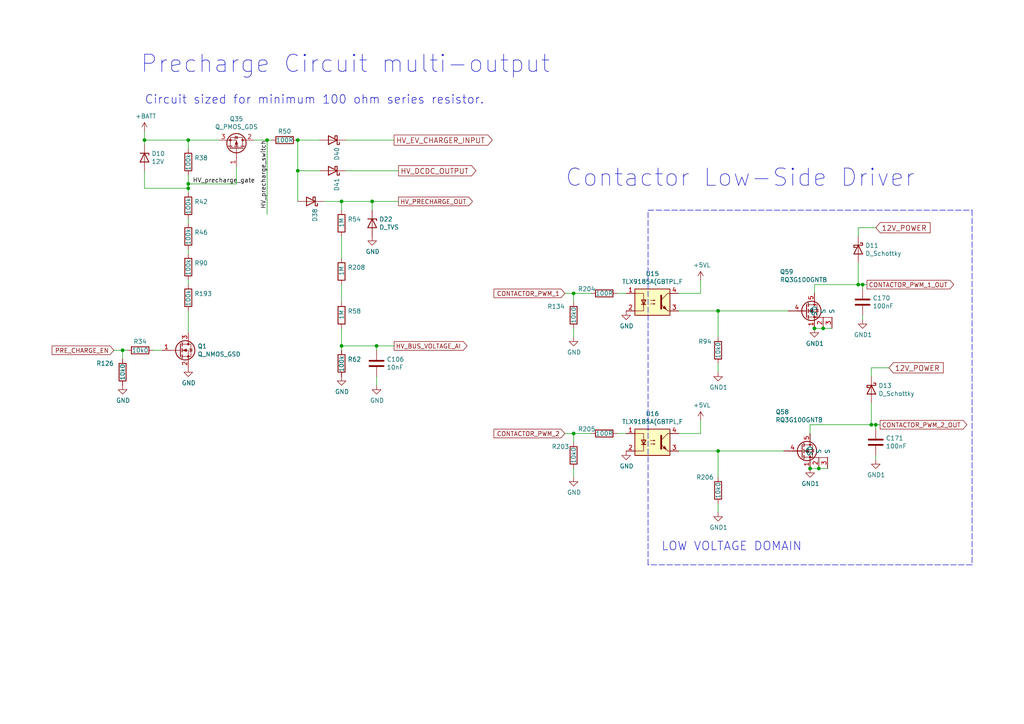
<source format=kicad_sch>
(kicad_sch (version 20211123) (generator eeschema)
  (paper "A4")
  (lib_symbols
    (symbol "Device:C" (pin_numbers hide) (pin_names (offset 0.254))
      (property "Reference" "C" (at 0.635 2.54 0))
      (property "Value" "C" (at 0.635 -2.54 0))
      (symbol "C_0_1"
        (polyline (pts (xy -2.032 -0.762) (xy 2.032 -0.762)) (stroke (width 0.508)))
        (polyline (pts (xy -2.032 0.762) (xy 2.032 0.762)) (stroke (width 0.508)))
      )
      (symbol "C_1_1"
        (pin passive line (at 0 3.81 270) (length 2.794) (name "~") (number "1"))
        (pin passive line (at 0 -3.81 90) (length 2.794) (name "~") (number "2"))
      )
    )
    (symbol "Device:D_Schottky" (pin_numbers hide) (pin_names (offset 1.016) hide)
      (property "Reference" "D" (at 0 2.54 0))
      (property "Value" "D_Schottky" (at 0 -2.54 0))
      (symbol "D_Schottky_0_1"
        (polyline (pts (xy 1.27 0) (xy -1.27 0)))
        (polyline (pts (xy 1.27 1.27) (xy 1.27 -1.27) (xy -1.27 0) (xy 1.27 1.27)) (stroke (width 0.254)))
        (polyline (pts (xy -1.905 0.635) (xy -1.905 1.27) (xy -1.27 1.27) (xy -1.27 -1.27) (xy -0.635 -1.27) (xy -0.635 -0.635)) (stroke (width 0.254)))
      )
      (symbol "D_Schottky_1_1"
        (pin passive line (at -3.81 0 0) (length 2.54) (name "K") (number "1"))
        (pin passive line (at 3.81 0 180) (length 2.54) (name "A") (number "2"))
      )
    )
    (symbol "Device:D_Zener" (pin_numbers hide) (pin_names (offset 1.016) hide)
      (property "Reference" "D" (at 0 2.54 0))
      (property "Value" "D_Zener" (at 0 -2.54 0))
      (symbol "D_Zener_0_1"
        (polyline (pts (xy 1.27 0) (xy -1.27 0)))
        (polyline (pts (xy -1.27 -1.27) (xy -1.27 1.27) (xy -0.762 1.27)) (stroke (width 0.254)))
        (polyline (pts (xy 1.27 -1.27) (xy 1.27 1.27) (xy -1.27 0) (xy 1.27 -1.27)) (stroke (width 0.254)))
      )
      (symbol "D_Zener_1_1"
        (pin passive line (at -3.81 0 0) (length 2.54) (name "K") (number "1"))
        (pin passive line (at 3.81 0 180) (length 2.54) (name "A") (number "2"))
      )
    )
    (symbol "Device:Q_NMOS_GSD" (pin_names (offset 0) hide)
      (property "Reference" "Q" (at 5.08 1.27 0))
      (property "Value" "Q_NMOS_GSD" (at 5.08 -1.27 0))
      (symbol "Q_NMOS_GSD_0_1"
        (polyline (pts (xy 0.254 0) (xy -2.54 0)))
        (polyline (pts (xy 0.254 1.905) (xy 0.254 -1.905)) (stroke (width 0.254)))
        (polyline (pts (xy 0.762 -1.27) (xy 0.762 -2.286)) (stroke (width 0.254)))
        (polyline (pts (xy 0.762 0.508) (xy 0.762 -0.508)) (stroke (width 0.254)))
        (polyline (pts (xy 0.762 2.286) (xy 0.762 1.27)) (stroke (width 0.254)))
        (polyline (pts (xy 2.54 2.54) (xy 2.54 1.778)))
        (polyline (pts (xy 2.54 -2.54) (xy 2.54 0) (xy 0.762 0)))
        (polyline (pts (xy 0.762 -1.778) (xy 3.302 -1.778) (xy 3.302 1.778) (xy 0.762 1.778)))
        (polyline (pts (xy 1.016 0) (xy 2.032 0.381) (xy 2.032 -0.381) (xy 1.016 0)) (fill (type outline)))
        (polyline (pts (xy 2.794 0.508) (xy 2.921 0.381) (xy 3.683 0.381) (xy 3.81 0.254)))
        (polyline (pts (xy 3.302 0.381) (xy 2.921 -0.254) (xy 3.683 -0.254) (xy 3.302 0.381)))
        (circle (center 1.651 0) (radius 2.794) (stroke (width 0.254)))
        (circle (center 2.54 -1.778) (radius 0.254) (fill (type outline)))
        (circle (center 2.54 1.778) (radius 0.254) (fill (type outline)))
      )
      (symbol "Q_NMOS_GSD_1_1"
        (pin input line (at -5.08 0 0) (length 2.54) (name "G") (number "1"))
        (pin passive line (at 2.54 -5.08 90) (length 2.54) (name "S") (number "2"))
        (pin passive line (at 2.54 5.08 270) (length 2.54) (name "D") (number "3"))
      )
    )
    (symbol "Device:Q_PMOS_GDS" (pin_names (offset 0) hide)
      (property "Reference" "Q" (at 5.08 1.27 0))
      (property "Value" "Q_PMOS_GDS" (at 5.08 -1.27 0))
      (symbol "Q_PMOS_GDS_0_1"
        (polyline (pts (xy 0.254 0) (xy -2.54 0)))
        (polyline (pts (xy 0.254 1.905) (xy 0.254 -1.905)) (stroke (width 0.254)))
        (polyline (pts (xy 0.762 -1.27) (xy 0.762 -2.286)) (stroke (width 0.254)))
        (polyline (pts (xy 0.762 0.508) (xy 0.762 -0.508)) (stroke (width 0.254)))
        (polyline (pts (xy 0.762 2.286) (xy 0.762 1.27)) (stroke (width 0.254)))
        (polyline (pts (xy 2.54 2.54) (xy 2.54 1.778)))
        (polyline (pts (xy 2.54 -2.54) (xy 2.54 0) (xy 0.762 0)))
        (polyline (pts (xy 0.762 1.778) (xy 3.302 1.778) (xy 3.302 -1.778) (xy 0.762 -1.778)))
        (polyline (pts (xy 2.286 0) (xy 1.27 0.381) (xy 1.27 -0.381) (xy 2.286 0)) (fill (type outline)))
        (polyline (pts (xy 2.794 -0.508) (xy 2.921 -0.381) (xy 3.683 -0.381) (xy 3.81 -0.254)))
        (polyline (pts (xy 3.302 -0.381) (xy 2.921 0.254) (xy 3.683 0.254) (xy 3.302 -0.381)))
        (circle (center 1.651 0) (radius 2.794) (stroke (width 0.254)))
        (circle (center 2.54 -1.778) (radius 0.254) (fill (type outline)))
        (circle (center 2.54 1.778) (radius 0.254) (fill (type outline)))
      )
      (symbol "Q_PMOS_GDS_1_1"
        (pin input line (at -5.08 0 0) (length 2.54) (name "G") (number "1"))
        (pin passive line (at 2.54 5.08 270) (length 2.54) (name "D") (number "2"))
        (pin passive line (at 2.54 -5.08 90) (length 2.54) (name "S") (number "3"))
      )
    )
    (symbol "Device:R" (pin_numbers hide) (pin_names (offset 0))
      (property "Reference" "R" (at 2.032 0 90))
      (property "Value" "R" (at 0 0 90))
      (symbol "R_0_1"
        (rectangle (start -1.016 -2.54) (end 1.016 2.54) (stroke (width 0.254)))
      )
      (symbol "R_1_1"
        (pin passive line (at 0 3.81 270) (length 1.27) (name "~") (number "1"))
        (pin passive line (at 0 -3.81 90) (length 1.27) (name "~") (number "2"))
      )
    )
    (symbol "ICs:Q_NMOS_SSSGD" (pin_names (offset 1.016))
      (property "Reference" "U" (at 0 0 0))
      (property "Value" "Q_NMOS_SSSGD" (at 0 0 0))
      (symbol "Q_NMOS_SSSGD_0_1"
        (polyline (pts (xy 20.32 -12.065) (xy 15.24 -12.065)))
      )
      (symbol "Q_NMOS_SSSGD_1_1"
        (polyline (pts (xy 12.954 -10.16) (xy 10.16 -10.16)))
        (polyline (pts (xy 12.954 -8.255) (xy 12.954 -12.065)) (stroke (width 0.254)))
        (polyline (pts (xy 13.462 -11.43) (xy 13.462 -12.446)) (stroke (width 0.254)))
        (polyline (pts (xy 13.462 -9.652) (xy 13.462 -10.668)) (stroke (width 0.254)))
        (polyline (pts (xy 13.462 -7.874) (xy 13.462 -8.89)) (stroke (width 0.254)))
        (polyline (pts (xy 15.24 -7.62) (xy 15.24 -8.382)))
        (polyline (pts (xy 15.24 -12.7) (xy 15.24 -10.16) (xy 13.462 -10.16)))
        (polyline (pts (xy 13.462 -11.938) (xy 16.002 -11.938) (xy 16.002 -8.382) (xy 13.462 -8.382)))
        (polyline (pts (xy 13.716 -10.16) (xy 14.732 -9.779) (xy 14.732 -10.541) (xy 13.716 -10.16)) (fill (type outline)))
        (polyline (pts (xy 15.494 -9.652) (xy 15.621 -9.779) (xy 16.383 -9.779) (xy 16.51 -9.906)))
        (polyline (pts (xy 16.002 -9.779) (xy 15.621 -10.414) (xy 16.383 -10.414) (xy 16.002 -9.779)))
        (circle (center 14.351 -10.16) (radius 2.794) (stroke (width 0.254)))
        (circle (center 15.24 -11.938) (radius 0.254) (fill (type outline)))
        (circle (center 15.24 -8.382) (radius 0.254) (fill (type outline)))
        (pin passive line (at 15.24 -15.24 90) (length 2.54) (name "S") (number "1"))
        (pin passive line (at 17.78 -15.24 90) (length 3.2512) (name "S") (number "2"))
        (pin passive line (at 20.32 -15.24 90) (length 3.2512) (name "S") (number "3"))
        (pin input line (at 7.62 -10.16 0) (length 5.08) (name "G") (number "4"))
        (pin passive line (at 15.24 -5.08 270) (length 2.54) (name "D") (number "5"))
      )
    )
    (symbol "Isolator:SFH617A-1" (pin_names (offset 1.016))
      (property "Reference" "U" (at -5.08 5.08 0))
      (property "Value" "SFH617A-1" (at 0 5.08 0))
      (symbol "SFH617A-1_0_1"
        (rectangle (start -5.08 3.81) (end 5.08 -3.81) (stroke (width 0.254)) (fill (type background)))
        (polyline (pts (xy -3.175 -0.635) (xy -1.905 -0.635)) (stroke (width 0.254)))
        (polyline (pts (xy 2.54 0.635) (xy 4.445 2.54)))
        (polyline (pts (xy 4.445 -2.54) (xy 2.54 -0.635)) (fill (type outline)))
        (polyline (pts (xy 4.445 -2.54) (xy 5.08 -2.54)))
        (polyline (pts (xy 4.445 2.54) (xy 5.08 2.54)))
        (polyline (pts (xy -2.54 -0.635) (xy -2.54 -2.54) (xy -5.08 -2.54)))
        (polyline (pts (xy 2.54 1.905) (xy 2.54 -1.905) (xy 2.54 -1.905)) (stroke (width 0.508)))
        (polyline (pts (xy -5.08 2.54) (xy -2.54 2.54) (xy -2.54 -1.27) (xy -2.54 0.635)))
        (polyline (pts (xy -2.54 -0.635) (xy -3.175 0.635) (xy -1.905 0.635) (xy -2.54 -0.635)) (stroke (width 0.254)))
        (polyline (pts (xy -0.508 -0.508) (xy 0.762 -0.508) (xy 0.381 -0.635) (xy 0.381 -0.381) (xy 0.762 -0.508)))
        (polyline (pts (xy -0.508 0.508) (xy 0.762 0.508) (xy 0.381 0.381) (xy 0.381 0.635) (xy 0.762 0.508)))
        (polyline (pts (xy 3.048 -1.651) (xy 3.556 -1.143) (xy 4.064 -2.159) (xy 3.048 -1.651) (xy 3.048 -1.651)) (fill (type outline)))
      )
      (symbol "SFH617A-1_1_1"
        (pin passive line (at -7.62 2.54 0) (length 2.54) (name "~") (number "1"))
        (pin passive line (at -7.62 -2.54 0) (length 2.54) (name "~") (number "2"))
        (pin passive line (at 7.62 -2.54 180) (length 2.54) (name "~") (number "3"))
        (pin passive line (at 7.62 2.54 180) (length 2.54) (name "~") (number "4"))
      )
    )
    (symbol "power:+5VL" (power) (pin_names (offset 0))
      (property "Value" "+5VL" (at 0 3.556 0))
      (symbol "+5VL_0_1"
        (polyline (pts (xy -0.762 1.27) (xy 0 2.54)))
        (polyline (pts (xy 0 0) (xy 0 2.54)))
        (polyline (pts (xy 0 2.54) (xy 0.762 1.27)))
      )
      (symbol "+5VL_1_1"
        (pin power_in line (at 0 0 90) (length 0) hide (name "+5VL") (number "1"))
      )
    )
    (symbol "power:+BATT" (power) (pin_names (offset 0))
      (property "Value" "+BATT" (at 0 3.556 0))
      (symbol "+BATT_0_1"
        (polyline (pts (xy -0.762 1.27) (xy 0 2.54)))
        (polyline (pts (xy 0 0) (xy 0 2.54)))
        (polyline (pts (xy 0 2.54) (xy 0.762 1.27)))
      )
      (symbol "+BATT_1_1"
        (pin power_in line (at 0 0 90) (length 0) hide (name "+BATT") (number "1"))
      )
    )
    (symbol "power:GND" (power) (pin_names (offset 0))
      (property "Value" "GND" (at 0 -3.81 0))
      (symbol "GND_0_1"
        (polyline (pts (xy 0 0) (xy 0 -1.27) (xy 1.27 -1.27) (xy 0 -2.54) (xy -1.27 -1.27) (xy 0 -1.27)))
      )
      (symbol "GND_1_1"
        (pin power_in line (at 0 0 270) (length 0) hide (name "GND") (number "1"))
      )
    )
    (symbol "power:GND1" (power) (pin_names (offset 0))
      (property "Value" "GND1" (at 0 -3.81 0))
      (symbol "GND1_0_1"
        (polyline (pts (xy 0 0) (xy 0 -1.27) (xy 1.27 -1.27) (xy 0 -2.54) (xy -1.27 -1.27) (xy 0 -1.27)))
      )
      (symbol "GND1_1_1"
        (pin power_in line (at 0 0 270) (length 0) hide (name "GND1") (number "1"))
      )
    )
  )
  (junction (at 254 123.19))
  (junction (at 166.37 125.73))
  (junction (at 54.61 40.64))
  (junction (at 41.91 40.64))
  (junction (at 107.95 58.42))
  (junction (at 248.92 82.55))
  (junction (at 166.37 85.09))
  (junction (at 86.36 49.53))
  (junction (at 54.61 53.34))
  (junction (at 208.28 130.81))
  (junction (at 99.06 58.42))
  (junction (at 250.19 82.55))
  (junction (at 54.61 54.61))
  (junction (at 208.28 90.17))
  (junction (at 234.95 135.89))
  (junction (at 35.56 101.6))
  (junction (at 86.36 40.64))
  (junction (at 238.76 95.25))
  (junction (at 99.06 100.33))
  (junction (at 109.22 100.33))
  (junction (at 252.73 123.19))
  (junction (at 77.47 40.64))
  (junction (at 237.49 135.89))
  (junction (at 236.22 95.25))
  (wire (pts (xy 251.46 82.55) (xy 250.19 82.55)))
  (wire (pts (xy 248.92 66.04) (xy 248.92 68.58)))
  (wire (pts (xy 99.06 58.42) (xy 107.95 58.42)))
  (wire (pts (xy 252.73 116.84) (xy 252.73 123.19)))
  (wire (pts (xy 99.06 58.42) (xy 99.06 60.96)))
  (wire (pts (xy 250.19 83.82) (xy 250.19 82.55)))
  (wire (pts (xy 237.49 135.89) (xy 240.03 135.89)))
  (wire (pts (xy 77.47 62.23) (xy 77.47 40.64)))
  (wire (pts (xy 250.19 92.71) (xy 250.19 91.44)))
  (wire (pts (xy 77.47 40.64) (xy 78.74 40.64)))
  (wire (pts (xy 54.61 50.8) (xy 54.61 53.34)))
  (wire (pts (xy 54.61 53.34) (xy 54.61 54.61)))
  (wire (pts (xy 234.95 123.19) (xy 252.73 123.19)))
  (wire (pts (xy 254 66.04) (xy 248.92 66.04)))
  (wire (pts (xy 44.45 101.6) (xy 46.99 101.6)))
  (wire (pts (xy 107.95 58.42) (xy 115.57 58.42)))
  (wire (pts (xy 203.2 81.28) (xy 203.2 85.09)))
  (wire (pts (xy 35.56 101.6) (xy 36.83 101.6)))
  (wire (pts (xy 41.91 41.91) (xy 41.91 40.64)))
  (wire (pts (xy 92.71 49.53) (xy 86.36 49.53)))
  (wire (pts (xy 248.92 76.2) (xy 248.92 82.55)))
  (wire (pts (xy 35.56 104.14) (xy 35.56 101.6)))
  (wire (pts (xy 254 123.19) (xy 252.73 123.19)))
  (wire (pts (xy 54.61 73.66) (xy 54.61 72.39)))
  (wire (pts (xy 234.95 123.19) (xy 234.95 125.73)))
  (wire (pts (xy 86.36 40.64) (xy 86.36 49.53)))
  (wire (pts (xy 73.66 40.64) (xy 77.47 40.64)))
  (polyline (pts (xy 187.96 163.83) (xy 187.96 60.96)))
  (wire (pts (xy 54.61 82.55) (xy 54.61 81.28)))
  (wire (pts (xy 166.37 95.25) (xy 166.37 97.79)))
  (wire (pts (xy 255.27 123.19) (xy 254 123.19)))
  (wire (pts (xy 196.85 130.81) (xy 208.28 130.81)))
  (wire (pts (xy 166.37 85.09) (xy 171.45 85.09)))
  (wire (pts (xy 208.28 90.17) (xy 228.6 90.17)))
  (wire (pts (xy 54.61 54.61) (xy 54.61 55.88)))
  (wire (pts (xy 238.76 95.25) (xy 241.3 95.25)))
  (wire (pts (xy 41.91 54.61) (xy 41.91 49.53)))
  (wire (pts (xy 107.95 60.96) (xy 107.95 58.42)))
  (wire (pts (xy 99.06 95.25) (xy 99.06 100.33)))
  (wire (pts (xy 99.06 68.58) (xy 99.06 74.93)))
  (wire (pts (xy 208.28 146.05) (xy 208.28 148.59)))
  (wire (pts (xy 93.98 58.42) (xy 99.06 58.42)))
  (wire (pts (xy 41.91 40.64) (xy 41.91 38.1)))
  (wire (pts (xy 68.58 53.34) (xy 68.58 48.26)))
  (wire (pts (xy 86.36 49.53) (xy 86.36 58.42)))
  (wire (pts (xy 100.33 49.53) (xy 115.57 49.53)))
  (wire (pts (xy 92.71 40.64) (xy 86.36 40.64)))
  (wire (pts (xy 109.22 109.22) (xy 109.22 111.76)))
  (wire (pts (xy 41.91 40.64) (xy 54.61 40.64)))
  (wire (pts (xy 100.33 40.64) (xy 114.3 40.64)))
  (wire (pts (xy 252.73 106.68) (xy 252.73 109.22)))
  (wire (pts (xy 236.22 95.25) (xy 238.76 95.25)))
  (wire (pts (xy 203.2 85.09) (xy 196.85 85.09)))
  (wire (pts (xy 163.83 85.09) (xy 166.37 85.09)))
  (wire (pts (xy 99.06 100.33) (xy 109.22 100.33)))
  (wire (pts (xy 166.37 135.89) (xy 166.37 138.43)))
  (wire (pts (xy 33.02 101.6) (xy 35.56 101.6)))
  (wire (pts (xy 114.3 100.33) (xy 109.22 100.33)))
  (wire (pts (xy 236.22 82.55) (xy 236.22 85.09)))
  (wire (pts (xy 208.28 90.17) (xy 208.28 97.79)))
  (polyline (pts (xy 187.96 60.96) (xy 281.94 60.96)))
  (polyline (pts (xy 281.94 163.83) (xy 187.96 163.83)))
  (wire (pts (xy 179.07 85.09) (xy 181.61 85.09)))
  (polyline (pts (xy 281.94 60.96) (xy 281.94 163.83)))
  (wire (pts (xy 236.22 82.55) (xy 248.92 82.55)))
  (wire (pts (xy 208.28 130.81) (xy 227.33 130.81)))
  (wire (pts (xy 208.28 105.41) (xy 208.28 107.95)))
  (wire (pts (xy 254 133.35) (xy 254 132.08)))
  (wire (pts (xy 163.83 125.73) (xy 166.37 125.73)))
  (wire (pts (xy 54.61 53.34) (xy 68.58 53.34)))
  (wire (pts (xy 54.61 54.61) (xy 41.91 54.61)))
  (wire (pts (xy 196.85 90.17) (xy 208.28 90.17)))
  (wire (pts (xy 179.07 125.73) (xy 181.61 125.73)))
  (wire (pts (xy 99.06 100.33) (xy 99.06 101.6)))
  (wire (pts (xy 109.22 101.6) (xy 109.22 100.33)))
  (wire (pts (xy 54.61 40.64) (xy 63.5 40.64)))
  (wire (pts (xy 54.61 43.18) (xy 54.61 40.64)))
  (wire (pts (xy 99.06 82.55) (xy 99.06 87.63)))
  (wire (pts (xy 203.2 125.73) (xy 196.85 125.73)))
  (wire (pts (xy 234.95 135.89) (xy 237.49 135.89)))
  (wire (pts (xy 250.19 82.55) (xy 248.92 82.55)))
  (wire (pts (xy 257.81 106.68) (xy 252.73 106.68)))
  (wire (pts (xy 166.37 128.27) (xy 166.37 125.73)))
  (wire (pts (xy 54.61 96.52) (xy 54.61 90.17)))
  (wire (pts (xy 166.37 125.73) (xy 171.45 125.73)))
  (wire (pts (xy 208.28 130.81) (xy 208.28 138.43)))
  (wire (pts (xy 166.37 87.63) (xy 166.37 85.09)))
  (wire (pts (xy 254 124.46) (xy 254 123.19)))
  (wire (pts (xy 54.61 63.5) (xy 54.61 64.77)))
  (wire (pts (xy 203.2 121.92) (xy 203.2 125.73)))
  (text "Contactor Low-Side Driver" (at 163.83 54.61 0) (effects (font (size 5.0038 5.0038)) (justify left bottom)))
  (text "Precharge Circuit multi-output" (at 40.64 21.59 0) (effects (font (size 5.0038 5.0038)) (justify left bottom)))
  (text "LOW VOLTAGE DOMAIN" (at 191.77 160.02 0) (effects (font (size 2.4892 2.4892)) (justify left bottom)))
  (text "Circuit sized for minimum 100 ohm series resistor." (at 41.91 30.48 0) (effects (font (size 2.4892 2.4892)) (justify left bottom)))
  (label "HV_precharge_gate" (at 55.88 53.34 0))
  (label "HV_precharge_switch" (at 77.47 40.64 270))
  (global_label "12V_POWER" (shape input) (at 257.81 106.68 0) (effects (font (size 1.4986 1.4986))) (property "Intersheet References" "${INTERSHEET_REFS}" (effects hide)))
  (global_label "HV_EV_CHARGER_INPUT" (shape output) (at 114.3 40.64 0) (effects (font (size 1.4986 1.4986))) (property "Intersheet References" "${INTERSHEET_REFS}" (effects hide)))
  (global_label "12V_POWER" (shape input) (at 254 66.04 0) (effects (font (size 1.4986 1.4986))) (property "Intersheet References" "${INTERSHEET_REFS}" (effects hide)))
  (global_label "CONTACTOR_PWM_1" (shape input) (at 163.83 85.09 180) (property "Intersheet References" "${INTERSHEET_REFS}" (effects hide)))
  (global_label "CONTACTOR_PWM_2" (shape input) (at 163.83 125.73 180) (property "Intersheet References" "${INTERSHEET_REFS}" (effects hide)))
  (global_label "HV_DCDC_OUTPUT" (shape output) (at 115.57 49.53 0) (effects (font (size 1.4986 1.4986))) (property "Intersheet References" "${INTERSHEET_REFS}" (effects hide)))
  (global_label "CONTACTOR_PWM_1_OUT" (shape output) (at 251.46 82.55 0) (property "Intersheet References" "${INTERSHEET_REFS}" (effects hide)))
  (global_label "HV_BUS_VOLTAGE_AI" (shape output) (at 114.3 100.33 0) (property "Intersheet References" "${INTERSHEET_REFS}" (effects hide)))
  (global_label "CONTACTOR_PWM_2_OUT" (shape output) (at 255.27 123.19 0) (property "Intersheet References" "${INTERSHEET_REFS}" (effects hide)))
  (global_label "PRE_CHARGE_EN" (shape input) (at 33.02 101.6 180) (property "Intersheet References" "${INTERSHEET_REFS}" (effects hide)))
  (global_label "HV_PRECHARGE_OUT" (shape output) (at 115.57 58.42 0) (property "Intersheet References" "${INTERSHEET_REFS}" (effects hide)))
  (symbol (lib_id "power:+BATT") (at 41.91 38.1 0) (unit 1)
    (property "Reference" "#PWR0160" (effects hide))
    (property "Value" "+BATT" (at 42.291 33.7058 0))
  )
  (symbol (lib_id "Device:R") (at 82.55 40.64 270) (unit 1)
    (property "Reference" "R50" (at 82.55 38.1 90))
    (property "Value" "100R" (at 82.55 40.64 90))
    (property "Footprint" "Resistor_THT:R_Axial_Power_L50.0mm_W9.0mm_P55.88mm" (effects hide))
    (property "Datasheet" "https://www.yageo.com/upload/media/product/productsearch/datasheet/lr/YAGEO%20SQP_NSP_datasheet_2021v0.pdf" (effects hide))
    (property "MPN" "SQP10AJB-100R" (effects hide))
    (property "Part Number" "SQP10AJB-100R" (effects hide))
    (property "Digikey_PN" "100W-10-ND" (effects hide))
  )
  (symbol (lib_id "Device:R") (at 54.61 46.99 180) (unit 1)
    (property "Reference" "R38" (at 56.388 45.8216 0) (effects (justify right)))
    (property "Value" "100k" (at 54.61 49.53 90) (effects (justify right)))
    (property "Footprint" "Resistor_SMD:R_0603_1608Metric" (effects hide))
    (property "Datasheet" "https://www.seielect.com/catalog/sei-rmcf_rmcp.pdf" (effects hide))
    (property "MPN" "RMCF0603FT100K" (effects hide))
    (property "Part Number" "RMCF0603FT100K" (effects hide))
    (property "Digikey_PN" "RMCF0603FT100KCT-ND" (effects hide))
  )
  (symbol (lib_id "Device:R") (at 54.61 59.69 180) (unit 1)
    (property "Reference" "R42" (at 56.388 58.5216 0) (effects (justify right)))
    (property "Value" "100k" (at 54.61 62.23 90) (effects (justify right)))
    (property "Footprint" "Resistor_SMD:R_0603_1608Metric" (effects hide))
    (property "Datasheet" "https://www.seielect.com/catalog/sei-rmcf_rmcp.pdf" (effects hide))
    (property "MPN" "RMCF0603FT100K" (effects hide))
    (property "Part Number" "RMCF0603FT100K" (effects hide))
    (property "Digikey_PN" "RMCF0603FT100KCT-ND" (effects hide))
  )
  (symbol (lib_id "Device:R") (at 54.61 68.58 180) (unit 1)
    (property "Reference" "R46" (at 56.388 67.4116 0) (effects (justify right)))
    (property "Value" "100k" (at 54.61 71.12 90) (effects (justify right)))
    (property "Footprint" "Resistor_SMD:R_0603_1608Metric" (effects hide))
    (property "Datasheet" "https://www.seielect.com/catalog/sei-rmcf_rmcp.pdf" (effects hide))
    (property "MPN" "RMCF0603FT100K" (effects hide))
    (property "Part Number" "RMCF0603FT100K" (effects hide))
    (property "Digikey_PN" "RMCF0603FT100KCT-ND" (effects hide))
  )
  (symbol (lib_id "power:GND") (at 54.61 106.68 0) (unit 1)
    (property "Reference" "#PWR0161" (effects hide))
    (property "Value" "GND" (at 54.737 111.0742 0))
  )
  (symbol (lib_id "Device:R") (at 40.64 101.6 270) (unit 1)
    (property "Reference" "R34" (at 40.64 99.06 90))
    (property "Value" "10k0" (at 40.64 101.6 90))
    (property "Footprint" "Resistor_SMD:R_0603_1608Metric" (effects hide))
    (property "Datasheet" "http://www.yageo.com/NewPortal/yageodocoutput?fileName=/pdf/R-Chip/PYu-AC_51_RoHS_L_6.pdf" (effects hide))
    (property "MPN" "AC0603FR-0710KL" (effects hide))
    (property "Part Number" "AC0603FR-0710KL" (effects hide))
    (property "Digikey_PN" "311-10KLDCT-ND" (effects hide))
  )
  (symbol (lib_id "Device:R") (at 99.06 64.77 180) (unit 1)
    (property "Reference" "R54" (at 100.838 63.6016 0) (effects (justify right)))
    (property "Value" "1M" (at 99.06 66.04 90) (effects (justify right)))
    (property "Footprint" "Resistor_SMD:R_0603_1608Metric" (effects hide))
    (property "Datasheet" "http://www.yageo.com/NewPortal/yageodocoutput?fileName=/pdf/R-Chip/PYu-AC_51_RoHS_L_6.pdf" (effects hide))
    (property "DNP" "< ... >" (effects hide))
    (property "MPN" "AC0603FR-071ML" (effects hide))
    (property "Part Number" "AC0603FR-071ML" (effects hide))
    (property "Digikey_PN" "311-1MLDCT-ND" (effects hide))
  )
  (symbol (lib_id "Device:R") (at 99.06 91.44 180) (unit 1)
    (property "Reference" "R58" (at 100.838 90.2716 0) (effects (justify right)))
    (property "Value" "1M" (at 99.06 92.71 90) (effects (justify right)))
    (property "Footprint" "Resistor_SMD:R_0603_1608Metric" (effects hide))
    (property "Datasheet" "http://www.yageo.com/NewPortal/yageodocoutput?fileName=/pdf/R-Chip/PYu-AC_51_RoHS_L_6.pdf" (effects hide))
    (property "DNP" "< ... >" (effects hide))
    (property "MPN" "AC0603FR-071ML" (effects hide))
    (property "Part Number" "AC0603FR-071ML" (effects hide))
    (property "Digikey_PN" "311-1MLDCT-ND" (effects hide))
  )
  (symbol (lib_id "Device:R") (at 99.06 105.41 180) (unit 1)
    (property "Reference" "R62" (at 100.838 104.2416 0) (effects (justify right)))
    (property "Value" "100k" (at 99.06 107.95 90) (effects (justify right)))
    (property "Footprint" "Resistor_SMD:R_0603_1608Metric" (effects hide))
    (property "Datasheet" "https://www.seielect.com/catalog/sei-rmcf_rmcp.pdf" (effects hide))
    (property "MPN" "RMCF0603FT100K" (effects hide))
    (property "Part Number" "RMCF0603FT100K" (effects hide))
    (property "Digikey_PN" "RMCF0603FT100KCT-ND" (effects hide))
  )
  (symbol (lib_id "power:GND") (at 99.06 109.22 0) (unit 1)
    (property "Reference" "#PWR0162" (effects hide))
    (property "Value" "GND" (at 99.187 113.6142 0))
  )
  (symbol (lib_id "Device:C") (at 109.22 105.41 0) (unit 1)
    (property "Reference" "C106" (at 112.141 104.2416 0) (effects (justify left)))
    (property "Value" "10nF" (at 112.141 106.553 0) (effects (justify left)))
    (property "Footprint" "Capacitor_SMD:C_0603_1608Metric" (effects hide))
    (property "MPN" "GCM188R72A103KA37D" (effects hide))
    (property "Part Number" "GCM188R72A103KA37D" (effects hide))
    (property "Digikey_PN" "490-4781-1-ND" (effects hide))
  )
  (symbol (lib_id "power:GND") (at 109.22 111.76 0) (unit 1)
    (property "Reference" "#PWR0163" (effects hide))
    (property "Value" "GND" (at 109.347 116.1542 0))
  )
  (symbol (lib_id "Device:R") (at 208.28 101.6 180) (unit 1)
    (property "Reference" "R94" (at 204.47 99.06 0))
    (property "Value" "10k0" (at 208.28 101.6 90))
    (property "Footprint" "Resistor_SMD:R_0603_1608Metric" (effects hide))
    (property "Datasheet" "http://www.yageo.com/NewPortal/yageodocoutput?fileName=/pdf/R-Chip/PYu-AC_51_RoHS_L_6.pdf" (effects hide))
    (property "MPN" "AC0603FR-0710KL" (effects hide))
    (property "Part Number" "AC0603FR-0710KL" (effects hide))
    (property "Digikey_PN" "311-10KLDCT-ND" (effects hide))
  )
  (symbol (lib_id "Isolator:SFH617A-1") (at 189.23 87.63 0) (unit 1)
    (property "Reference" "U15" (at 189.23 79.375 0))
    (property "Value" "TLX9185A(GBTPL,F" (at 189.23 81.6864 0))
    (property "Footprint" "Package_SO:SO-4_4.4x3.9mm_P2.54mm" (effects hide))
    (property "Datasheet" "file:///C:/Users/kid%20group/Downloads/TLX9185A_datasheet_en_20190628.pdf" (effects hide))
    (property "Part Number" "TLX9185A(GBTPL,F" (effects hide))
    (property "Digikey_PN" "264-TLX9185A(GBTPLFCT-ND" (effects hide))
  )
  (symbol (lib_id "power:GND") (at 166.37 97.79 0) (unit 1)
    (property "Reference" "#PWR0203" (effects hide))
    (property "Value" "GND" (at 166.497 102.1842 0))
  )
  (symbol (lib_id "power:+5VL") (at 203.2 81.28 0) (unit 1)
    (property "Reference" "#PWR0204" (effects hide))
    (property "Value" "+5VL" (at 203.581 76.8858 0))
  )
  (symbol (lib_id "Device:R") (at 208.28 142.24 180) (unit 1)
    (property "Reference" "R206" (at 204.47 138.43 0))
    (property "Value" "10k0" (at 208.28 142.24 90))
    (property "Footprint" "Resistor_SMD:R_0603_1608Metric" (effects hide))
    (property "Datasheet" "http://www.yageo.com/NewPortal/yageodocoutput?fileName=/pdf/R-Chip/PYu-AC_51_RoHS_L_6.pdf" (effects hide))
    (property "MPN" "AC0603FR-0710KL" (effects hide))
    (property "Part Number" "AC0603FR-0710KL" (effects hide))
    (property "Digikey_PN" "311-10KLDCT-ND" (effects hide))
  )
  (symbol (lib_id "power:GND") (at 181.61 130.81 0) (unit 1)
    (property "Reference" "#PWR0205" (effects hide))
    (property "Value" "GND" (at 181.737 135.2042 0))
  )
  (symbol (lib_id "Device:R") (at 175.26 125.73 270) (unit 1)
    (property "Reference" "R205" (at 170.18 124.46 90))
    (property "Value" "100R" (at 175.26 125.73 90))
    (property "Footprint" "Resistor_SMD:R_0603_1608Metric" (effects hide))
    (property "MPN" "AC0603FR-07100RL" (effects hide))
    (property "populate" "y" (effects hide))
    (property "Part Number" "AC0603FR-07100RL" (effects hide))
    (property "Digikey_PN" "YAG3561CT-ND" (effects hide))
  )
  (symbol (lib_id "power:GND1") (at 208.28 148.59 0) (unit 1)
    (property "Reference" "#PWR0206" (effects hide))
    (property "Value" "GND1" (at 208.407 152.9842 0))
  )
  (symbol (lib_id "power:GND1") (at 234.95 135.89 0) (unit 1)
    (property "Reference" "#PWR0207" (effects hide))
    (property "Value" "GND1" (at 235.077 140.2842 0))
  )
  (symbol (lib_id "Device:R") (at 166.37 132.08 180) (unit 1)
    (property "Reference" "R203" (at 162.56 129.54 0))
    (property "Value" "10k0" (at 166.37 132.08 90))
    (property "Footprint" "Resistor_SMD:R_0603_1608Metric" (effects hide))
    (property "Datasheet" "http://www.yageo.com/NewPortal/yageodocoutput?fileName=/pdf/R-Chip/PYu-AC_51_RoHS_L_6.pdf" (effects hide))
    (property "MPN" "AC0603FR-0710KL" (effects hide))
    (property "Part Number" "AC0603FR-0710KL" (effects hide))
    (property "Digikey_PN" "311-10KLDCT-ND" (effects hide))
  )
  (symbol (lib_id "Isolator:SFH617A-1") (at 189.23 128.27 0) (unit 1)
    (property "Reference" "U16" (at 189.23 120.015 0))
    (property "Value" "TLX9185A(GBTPL,F" (at 189.23 122.3264 0))
    (property "Footprint" "Package_SO:SO-4_4.4x3.9mm_P2.54mm" (effects hide))
    (property "Datasheet" "file:///C:/Users/kid%20group/Downloads/TLX9185A_datasheet_en_20190628.pdf" (effects hide))
    (property "Part Number" "TLX9185A(GBTPL,F" (effects hide))
    (property "Digikey_PN" "264-TLX9185A(GBTPLFCT-ND" (effects hide))
  )
  (symbol (lib_id "power:GND") (at 166.37 138.43 0) (unit 1)
    (property "Reference" "#PWR0208" (effects hide))
    (property "Value" "GND" (at 166.497 142.8242 0))
  )
  (symbol (lib_id "power:+5VL") (at 203.2 121.92 0) (unit 1)
    (property "Reference" "#PWR0209" (effects hide))
    (property "Value" "+5VL" (at 203.581 117.5258 0))
  )
  (symbol (lib_id "Device:R") (at 175.26 85.09 270) (unit 1)
    (property "Reference" "R204" (at 170.18 83.82 90))
    (property "Value" "100R" (at 175.26 85.09 90))
    (property "Footprint" "Resistor_SMD:R_0603_1608Metric" (effects hide))
    (property "MPN" "AC0603FR-07100RL" (effects hide))
    (property "populate" "y" (effects hide))
    (property "Part Number" "AC0603FR-07100RL" (effects hide))
    (property "Digikey_PN" "YAG3561CT-ND" (effects hide))
  )
  (symbol (lib_id "power:GND") (at 181.61 90.17 0) (unit 1)
    (property "Reference" "#PWR0200" (effects hide))
    (property "Value" "GND" (at 181.737 94.5642 0))
  )
  (symbol (lib_id "power:GND1") (at 208.28 107.95 0) (unit 1)
    (property "Reference" "#PWR0201" (effects hide))
    (property "Value" "GND1" (at 208.407 112.3442 0))
  )
  (symbol (lib_id "Device:R") (at 166.37 91.44 180) (unit 1)
    (property "Reference" "R134" (at 161.29 88.9 0))
    (property "Value" "10k0" (at 166.37 91.44 90))
    (property "Footprint" "Resistor_SMD:R_0603_1608Metric" (effects hide))
    (property "Datasheet" "http://www.yageo.com/NewPortal/yageodocoutput?fileName=/pdf/R-Chip/PYu-AC_51_RoHS_L_6.pdf" (effects hide))
    (property "MPN" "AC0603FR-0710KL" (effects hide))
    (property "Part Number" "AC0603FR-0710KL" (effects hide))
    (property "Digikey_PN" "311-10KLDCT-ND" (effects hide))
  )
  (symbol (lib_id "ICs:Q_NMOS_SSSGD") (at 219.71 120.65 0) (unit 1)
    (property "Reference" "Q58" (at 224.917 119.4816 0) (effects (justify left)))
    (property "Value" "RQ3G100GNTB" (at 224.917 121.793 0) (effects (justify left)))
    (property "Footprint" "Package_TO_SOT_SMD:LFPAK33" (effects hide))
    (property "Datasheet" "https://fscdn.rohm.com/en/products/databook/datasheet/discrete/transistor/mosfet/rq3g100gntb-e.pdf" (effects hide))
    (property "Part Number" "RQ3G100GNTB" (effects hide))
    (property "MPN" "RQ3G100GNTB" (effects hide))
    (property "Digikey_PN" "RQ3G100GNTBCT-ND" (effects hide))
  )
  (symbol (lib_id "power:GND1") (at 236.22 95.25 0) (unit 1)
    (property "Reference" "#PWR03" (effects hide))
    (property "Value" "GND1" (at 236.347 99.6442 0))
  )
  (symbol (lib_id "ICs:Q_NMOS_SSSGD") (at 220.98 80.01 0) (unit 1)
    (property "Reference" "Q59" (at 226.187 78.8416 0) (effects (justify left)))
    (property "Value" "RQ3G100GNTB" (at 226.187 81.153 0) (effects (justify left)))
    (property "Footprint" "Package_TO_SOT_SMD:LFPAK33" (effects hide))
    (property "Datasheet" "https://fscdn.rohm.com/en/products/databook/datasheet/discrete/transistor/mosfet/rq3g100gntb-e.pdf" (effects hide))
    (property "Part Number" "RQ3G100GNTB" (effects hide))
    (property "MPN" "RQ3G100GNTB" (effects hide))
    (property "Digikey_PN" "RQ3G100GNTBCT-ND" (effects hide))
  )
  (symbol (lib_id "Device:Q_PMOS_GDS") (at 68.58 43.18 270) (mirror x) (unit 1)
    (property "Reference" "Q35" (at 68.58 34.4932 90))
    (property "Value" "Q_PMOS_GDS" (at 68.58 36.8046 90))
    (property "Footprint" "Package_TO_SOT_SMD:TO-263-2" (effects hide))
    (property "Datasheet" "https://www.onsemi.com/pdf/datasheet/fqb12p20-d.pdf" (effects hide))
    (property "Part Number" "FQB12P20TM" (effects hide))
    (property "MPN" "FQB12P20TM" (effects hide))
    (property "Digikey_PN" "FQB12P20TMCT-ND" (effects hide))
  )
  (symbol (lib_id "Device:D_Zener") (at 41.91 45.72 270) (unit 1)
    (property "Reference" "D10" (at 43.942 44.5516 90) (effects (justify left)))
    (property "Value" "12V" (at 43.942 46.863 90) (effects (justify left)))
    (property "Footprint" "Diode_SMD:D_SOD-323F" (effects hide))
    (property "Datasheet" "https://www.onsemi.com/pdf/datasheet/mm3z9v1c-d.pdf" (effects hide))
    (property "MPN" "MM3Z12VC" (effects hide))
    (property "Part Number" "MM3Z12VC" (effects hide))
    (property "Digikey_PN" "MM3Z12VCCT-ND" (effects hide))
  )
  (symbol (lib_id "Device:D_Schottky") (at 248.92 72.39 270) (unit 1)
    (property "Reference" "D11" (at 250.952 71.2216 90) (effects (justify left)))
    (property "Value" "D_Schottky" (at 250.952 73.533 90) (effects (justify left)))
    (property "Footprint" "Diode_SMD:D_SMA" (effects hide))
    (property "Datasheet" "https://www.st.com/content/ccc/resource/technical/document/datasheet/c8/2f/54/15/4c/14/44/bb/CD00003321.pdf/files/CD00003321.pdf/jcr:content/translations/en.CD00003321.pdf" (effects hide))
    (property "Part Number" "STPS1150A" (effects hide))
    (property "MPN" "STPS1150A" (effects hide))
    (property "Digikey_PN" "497-7545-1-ND" (effects hide))
  )
  (symbol (lib_id "Device:D_Schottky") (at 252.73 113.03 270) (unit 1)
    (property "Reference" "D13" (at 254.762 111.8616 90) (effects (justify left)))
    (property "Value" "D_Schottky" (at 254.762 114.173 90) (effects (justify left)))
    (property "Footprint" "Diode_SMD:D_SMA" (effects hide))
    (property "Datasheet" "https://www.st.com/content/ccc/resource/technical/document/datasheet/c8/2f/54/15/4c/14/44/bb/CD00003321.pdf/files/CD00003321.pdf/jcr:content/translations/en.CD00003321.pdf" (effects hide))
    (property "Part Number" "STPS1150A" (effects hide))
    (property "MPN" "STPS1150A" (effects hide))
    (property "Digikey_PN" "497-7545-1-ND" (effects hide))
  )
  (symbol (lib_id "Device:R") (at 99.06 78.74 180) (unit 1)
    (property "Reference" "R208" (at 100.838 77.5716 0) (effects (justify right)))
    (property "Value" "1M" (at 99.06 80.01 90) (effects (justify right)))
    (property "Footprint" "Resistor_SMD:R_0603_1608Metric" (effects hide))
    (property "Datasheet" "http://www.yageo.com/NewPortal/yageodocoutput?fileName=/pdf/R-Chip/PYu-AC_51_RoHS_L_6.pdf" (effects hide))
    (property "DNP" "< ... >" (effects hide))
    (property "MPN" "AC0603FR-071ML" (effects hide))
    (property "Part Number" "AC0603FR-071ML" (effects hide))
    (property "Digikey_PN" "311-1MLDCT-ND" (effects hide))
  )
  (symbol (lib_id "Device:R") (at 54.61 77.47 180) (unit 1)
    (property "Reference" "R90" (at 56.388 76.3016 0) (effects (justify right)))
    (property "Value" "100k" (at 54.61 80.01 90) (effects (justify right)))
    (property "Footprint" "Resistor_SMD:R_0603_1608Metric" (effects hide))
    (property "Datasheet" "https://www.seielect.com/catalog/sei-rmcf_rmcp.pdf" (effects hide))
    (property "MPN" "RMCF0603FT100K" (effects hide))
    (property "Part Number" "RMCF0603FT100K" (effects hide))
    (property "Digikey_PN" "RMCF0603FT100KCT-ND" (effects hide))
  )
  (symbol (lib_id "Device:R") (at 54.61 86.36 180) (unit 1)
    (property "Reference" "R193" (at 56.388 85.1916 0) (effects (justify right)))
    (property "Value" "100k" (at 54.61 88.9 90) (effects (justify right)))
    (property "Footprint" "Resistor_SMD:R_0603_1608Metric" (effects hide))
    (property "Datasheet" "https://www.seielect.com/catalog/sei-rmcf_rmcp.pdf" (effects hide))
    (property "MPN" "RMCF0603FT100K" (effects hide))
    (property "Part Number" "RMCF0603FT100K" (effects hide))
    (property "Digikey_PN" "RMCF0603FT100KCT-ND" (effects hide))
  )
  (symbol (lib_id "Device:D_Zener") (at 107.95 64.77 270) (unit 1)
    (property "Reference" "D22" (at 109.982 63.6016 90) (effects (justify left)))
    (property "Value" "D_TVS" (at 109.982 65.913 90) (effects (justify left)))
    (property "Footprint" "Diode_SMD:D_SMB" (effects hide))
    (property "Datasheet" "https://www.diodes.com/assets/Datasheets/ds19002.pdf" (effects hide))
    (property "Part Number" "SMBJ120A-13-F" (effects hide))
    (property "Digikey_PN" "SMBJ120A-FDICT-ND" (effects hide))
  )
  (symbol (lib_id "power:GND") (at 107.95 68.58 0) (unit 1)
    (property "Reference" "#PWR028" (effects hide))
    (property "Value" "GND" (at 108.077 72.9742 0))
  )
  (symbol (lib_id "Device:Q_NMOS_GSD") (at 52.07 101.6 0) (unit 1)
    (property "Reference" "Q1" (at 57.277 100.4316 0) (effects (justify left)))
    (property "Value" "Q_NMOS_GSD" (at 57.277 102.743 0) (effects (justify left)))
    (property "Footprint" "Package_TO_SOT_SMD:SOT-23" (effects hide))
    (property "Datasheet" "https://ww1.microchip.com/downloads/en/DeviceDoc/TN5335-N-Channel-Enhancement-Mode-Vertical-DMOS-FET-Data-Sheet-20005955A.pdf" (effects hide))
    (property "Part Number" "TN5335K1-G" (effects hide))
    (property "MPN" "TN5335K1-G" (effects hide))
    (property "Digikey_PN" "TN5335K1-GCT-ND" (effects hide))
  )
  (symbol (lib_id "power:GND1") (at 254 133.35 0) (unit 1)
    (property "Reference" "#PWR0212" (effects hide))
    (property "Value" "GND1" (at 254.127 137.7442 0))
  )
  (symbol (lib_id "Device:C") (at 250.19 87.63 0) (unit 1)
    (property "Reference" "C170" (at 253.111 86.4616 0) (effects (justify left)))
    (property "Value" "100nF" (at 253.111 88.773 0) (effects (justify left)))
    (property "Footprint" "Capacitor_SMD:C_0603_1608Metric" (effects hide))
    (property "Datasheet" "http://psearch.en.murata.com/capacitor/product/GCM188R71H104KA57%23.pdf" (effects hide))
    (property "MPN" "GCM188R71H104KA57D" (effects hide))
    (property "Part Number" "GCM188R71H104KA57D" (effects hide))
    (property "Digikey_PN" "490-4779-1-ND" (effects hide))
  )
  (symbol (lib_id "Device:D_Schottky") (at 96.52 49.53 180) (unit 1)
    (property "Reference" "D41" (at 97.6884 51.562 90) (effects (justify left)))
    (property "Value" "D_Schottky" (effects hide))
    (property "Footprint" "Diode_SMD:D_SMA" (effects hide))
    (property "Datasheet" "https://www.st.com/content/ccc/resource/technical/document/datasheet/c8/2f/54/15/4c/14/44/bb/CD00003321.pdf/files/CD00003321.pdf/jcr:content/translations/en.CD00003321.pdf" (effects hide))
    (property "Part Number" "STPS1150A" (effects hide))
    (property "MPN" "STPS1150A" (effects hide))
    (property "Digikey_PN" "497-7545-1-ND" (effects hide))
  )
  (symbol (lib_id "Device:R") (at 35.56 107.95 0) (unit 1)
    (property "Reference" "R126" (at 30.48 105.41 0))
    (property "Value" "10k0" (at 35.56 107.95 90))
    (property "Footprint" "Resistor_SMD:R_0603_1608Metric" (effects hide))
    (property "Datasheet" "http://www.yageo.com/NewPortal/yageodocoutput?fileName=/pdf/R-Chip/PYu-AC_51_RoHS_L_6.pdf" (effects hide))
    (property "MPN" "AC0603FR-0710KL" (effects hide))
    (property "Part Number" "AC0603FR-0710KL" (effects hide))
    (property "Digikey_PN" "311-10KLDCT-ND" (effects hide))
  )
  (symbol (lib_id "Device:D_Schottky") (at 90.17 58.42 180) (unit 1)
    (property "Reference" "D38" (at 91.3384 60.452 90) (effects (justify left)))
    (property "Value" "D_Schottky" (effects hide))
    (property "Footprint" "Diode_SMD:D_SMA" (effects hide))
    (property "Datasheet" "https://www.st.com/content/ccc/resource/technical/document/datasheet/c8/2f/54/15/4c/14/44/bb/CD00003321.pdf/files/CD00003321.pdf/jcr:content/translations/en.CD00003321.pdf" (effects hide))
    (property "Part Number" "STPS1150A" (effects hide))
    (property "MPN" "STPS1150A" (effects hide))
    (property "Digikey_PN" "497-7545-1-ND" (effects hide))
  )
  (symbol (lib_id "Device:C") (at 254 128.27 0) (unit 1)
    (property "Reference" "C171" (at 256.921 127.1016 0) (effects (justify left)))
    (property "Value" "100nF" (at 256.921 129.413 0) (effects (justify left)))
    (property "Footprint" "Capacitor_SMD:C_0603_1608Metric" (effects hide))
    (property "Datasheet" "http://psearch.en.murata.com/capacitor/product/GCM188R71H104KA57%23.pdf" (effects hide))
    (property "MPN" "GCM188R71H104KA57D" (effects hide))
    (property "Part Number" "GCM188R71H104KA57D" (effects hide))
    (property "Digikey_PN" "490-4779-1-ND" (effects hide))
  )
  (symbol (lib_id "power:GND1") (at 250.19 92.71 0) (unit 1)
    (property "Reference" "#PWR0211" (effects hide))
    (property "Value" "GND1" (at 250.317 97.1042 0))
  )
  (symbol (lib_id "power:GND") (at 35.56 111.76 0) (unit 1)
    (property "Reference" "#PWR043" (effects hide))
    (property "Value" "GND" (at 35.687 116.1542 0))
  )
  (symbol (lib_id "Device:D_Schottky") (at 96.52 40.64 180) (unit 1)
    (property "Reference" "D40" (at 97.6884 42.672 90) (effects (justify left)))
    (property "Value" "D_Schottky" (effects hide))
    (property "Footprint" "Diode_SMD:D_SMA" (effects hide))
    (property "Datasheet" "https://www.st.com/content/ccc/resource/technical/document/datasheet/c8/2f/54/15/4c/14/44/bb/CD00003321.pdf/files/CD00003321.pdf/jcr:content/translations/en.CD00003321.pdf" (effects hide))
    (property "Part Number" "STPS1150A" (effects hide))
    (property "MPN" "STPS1150A" (effects hide))
    (property "Digikey_PN" "497-7545-1-ND" (effects hide))
  )
)
</source>
